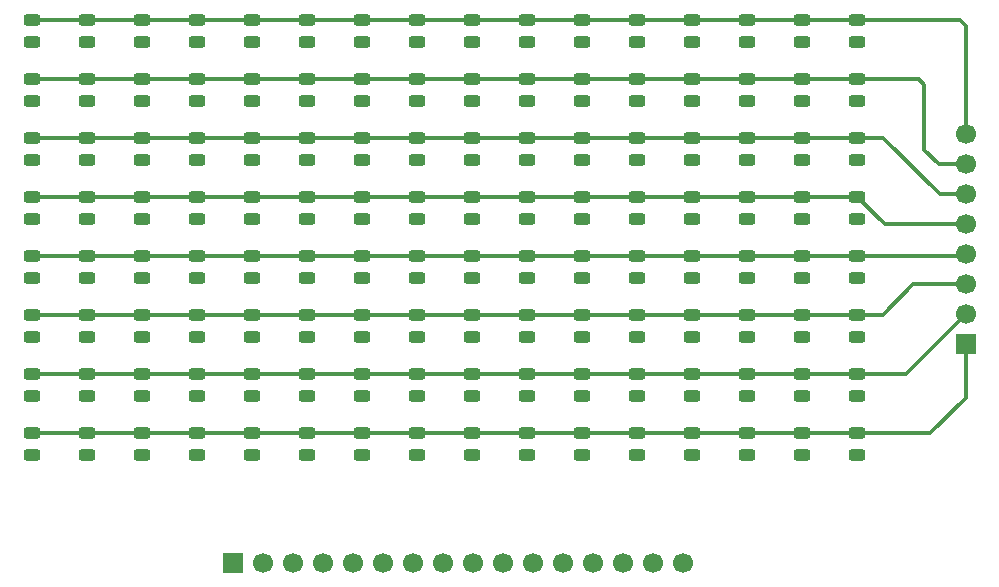
<source format=gbr>
%TF.GenerationSoftware,KiCad,Pcbnew,9.0.7-9.0.7~ubuntu24.04.1*%
%TF.CreationDate,2026-02-22T00:30:48+00:00*%
%TF.ProjectId,led-matrix,6c65642d-6d61-4747-9269-782e6b696361,rev?*%
%TF.SameCoordinates,Original*%
%TF.FileFunction,Copper,L1,Top*%
%TF.FilePolarity,Positive*%
%FSLAX46Y46*%
G04 Gerber Fmt 4.6, Leading zero omitted, Abs format (unit mm)*
G04 Created by KiCad (PCBNEW 9.0.7-9.0.7~ubuntu24.04.1) date 2026-02-22 00:30:48*
%MOMM*%
%LPD*%
G01*
G04 APERTURE LIST*
G04 Aperture macros list*
%AMRoundRect*
0 Rectangle with rounded corners*
0 $1 Rounding radius*
0 $2 $3 $4 $5 $6 $7 $8 $9 X,Y pos of 4 corners*
0 Add a 4 corners polygon primitive as box body*
4,1,4,$2,$3,$4,$5,$6,$7,$8,$9,$2,$3,0*
0 Add four circle primitives for the rounded corners*
1,1,$1+$1,$2,$3*
1,1,$1+$1,$4,$5*
1,1,$1+$1,$6,$7*
1,1,$1+$1,$8,$9*
0 Add four rect primitives between the rounded corners*
20,1,$1+$1,$2,$3,$4,$5,0*
20,1,$1+$1,$4,$5,$6,$7,0*
20,1,$1+$1,$6,$7,$8,$9,0*
20,1,$1+$1,$8,$9,$2,$3,0*%
G04 Aperture macros list end*
%TA.AperFunction,SMDPad,CuDef*%
%ADD10RoundRect,0.243750X0.456250X-0.243750X0.456250X0.243750X-0.456250X0.243750X-0.456250X-0.243750X0*%
%TD*%
%TA.AperFunction,ComponentPad*%
%ADD11R,1.700000X1.700000*%
%TD*%
%TA.AperFunction,ComponentPad*%
%ADD12C,1.700000*%
%TD*%
%TA.AperFunction,ViaPad*%
%ADD13C,0.600000*%
%TD*%
%TA.AperFunction,Conductor*%
%ADD14C,0.350000*%
%TD*%
G04 APERTURE END LIST*
D10*
%TO.P,D10,1,K*%
%TO.N,Net-(D10-K)*%
X115381250Y-36900000D03*
%TO.P,D10,2,A*%
%TO.N,Net-(D1-A)*%
X115381250Y-35025000D03*
%TD*%
D11*
%TO.P,U1,1*%
%TO.N,Net-(D113-A)*%
X152500000Y-62500000D03*
D12*
%TO.P,U1,2*%
%TO.N,Net-(D100-A)*%
X152500000Y-59960000D03*
%TO.P,U1,3*%
%TO.N,Net-(D81-A)*%
X152500000Y-57420000D03*
%TO.P,U1,4*%
%TO.N,Net-(D65-A)*%
X152500000Y-54880000D03*
%TO.P,U1,5*%
%TO.N,Net-(D49-A)*%
X152500000Y-52340000D03*
%TO.P,U1,6*%
%TO.N,Net-(D33-A)*%
X152500000Y-49800000D03*
%TO.P,U1,7*%
%TO.N,Net-(D17-A)*%
X152500000Y-47260000D03*
%TO.P,U1,8*%
%TO.N,Net-(D1-A)*%
X152500000Y-44720000D03*
%TD*%
D10*
%TO.P,D55,1,K*%
%TO.N,Net-(D103-K)*%
X101408750Y-51891000D03*
%TO.P,D55,2,A*%
%TO.N,Net-(D49-A)*%
X101408750Y-50016000D03*
%TD*%
%TO.P,D94,1,K*%
%TO.N,Net-(D110-K)*%
X134011250Y-61885000D03*
%TO.P,D94,2,A*%
%TO.N,Net-(D81-A)*%
X134011250Y-60010000D03*
%TD*%
%TO.P,D77,1,K*%
%TO.N,Net-(D109-K)*%
X129353750Y-56888000D03*
%TO.P,D77,2,A*%
%TO.N,Net-(D65-A)*%
X129353750Y-55013000D03*
%TD*%
%TO.P,D18,1,K*%
%TO.N,Net-(D114-K)*%
X78121250Y-41897000D03*
%TO.P,D18,2,A*%
%TO.N,Net-(D17-A)*%
X78121250Y-40022000D03*
%TD*%
%TO.P,D69,1,K*%
%TO.N,Net-(D101-K)*%
X92093750Y-56888000D03*
%TO.P,D69,2,A*%
%TO.N,Net-(D65-A)*%
X92093750Y-55013000D03*
%TD*%
%TO.P,D16,1,K*%
%TO.N,Net-(D112-K)*%
X143326250Y-36900000D03*
%TO.P,D16,2,A*%
%TO.N,Net-(D1-A)*%
X143326250Y-35025000D03*
%TD*%
%TO.P,D45,1,K*%
%TO.N,Net-(D109-K)*%
X129353750Y-46894000D03*
%TO.P,D45,2,A*%
%TO.N,Net-(D33-A)*%
X129353750Y-45019000D03*
%TD*%
%TO.P,D11,1,K*%
%TO.N,Net-(D107-K)*%
X120038750Y-36900000D03*
%TO.P,D11,2,A*%
%TO.N,Net-(D1-A)*%
X120038750Y-35025000D03*
%TD*%
%TO.P,D118,1,K*%
%TO.N,Net-(D102-K)*%
X96751250Y-71879000D03*
%TO.P,D118,2,A*%
%TO.N,Net-(D113-A)*%
X96751250Y-70004000D03*
%TD*%
%TO.P,D28,1,K*%
%TO.N,Net-(D108-K)*%
X124696250Y-41897000D03*
%TO.P,D28,2,A*%
%TO.N,Net-(D17-A)*%
X124696250Y-40022000D03*
%TD*%
%TO.P,D125,1,K*%
%TO.N,Net-(D109-K)*%
X129353750Y-71879000D03*
%TO.P,D125,2,A*%
%TO.N,Net-(D113-A)*%
X129353750Y-70004000D03*
%TD*%
%TO.P,D6,1,K*%
%TO.N,Net-(D102-K)*%
X96751250Y-36900000D03*
%TO.P,D6,2,A*%
%TO.N,Net-(D1-A)*%
X96751250Y-35025000D03*
%TD*%
%TO.P,D114,1,K*%
%TO.N,Net-(D114-K)*%
X78121250Y-71879000D03*
%TO.P,D114,2,A*%
%TO.N,Net-(D113-A)*%
X78121250Y-70004000D03*
%TD*%
%TO.P,D90,1,K*%
%TO.N,Net-(D10-K)*%
X115381250Y-61885000D03*
%TO.P,D90,2,A*%
%TO.N,Net-(D81-A)*%
X115381250Y-60010000D03*
%TD*%
%TO.P,D109,1,K*%
%TO.N,Net-(D109-K)*%
X129353750Y-66882000D03*
%TO.P,D109,2,A*%
%TO.N,Net-(D100-A)*%
X129353750Y-65007000D03*
%TD*%
%TO.P,D71,1,K*%
%TO.N,Net-(D103-K)*%
X101408750Y-56888000D03*
%TO.P,D71,2,A*%
%TO.N,Net-(D65-A)*%
X101408750Y-55013000D03*
%TD*%
%TO.P,D12,1,K*%
%TO.N,Net-(D108-K)*%
X124696250Y-36900000D03*
%TO.P,D12,2,A*%
%TO.N,Net-(D1-A)*%
X124696250Y-35025000D03*
%TD*%
%TO.P,D27,1,K*%
%TO.N,Net-(D107-K)*%
X120038750Y-41897000D03*
%TO.P,D27,2,A*%
%TO.N,Net-(D17-A)*%
X120038750Y-40022000D03*
%TD*%
%TO.P,D121,1,K*%
%TO.N,Net-(D105-K)*%
X110723750Y-71879000D03*
%TO.P,D121,2,A*%
%TO.N,Net-(D113-A)*%
X110723750Y-70004000D03*
%TD*%
%TO.P,D22,1,K*%
%TO.N,Net-(D102-K)*%
X96751250Y-41897000D03*
%TO.P,D22,2,A*%
%TO.N,Net-(D17-A)*%
X96751250Y-40022000D03*
%TD*%
%TO.P,D52,1,K*%
%TO.N,Net-(D100-K)*%
X87436250Y-51891000D03*
%TO.P,D52,2,A*%
%TO.N,Net-(D49-A)*%
X87436250Y-50016000D03*
%TD*%
%TO.P,D4,1,K*%
%TO.N,Net-(D100-K)*%
X87436250Y-36900000D03*
%TO.P,D4,2,A*%
%TO.N,Net-(D1-A)*%
X87436250Y-35025000D03*
%TD*%
%TO.P,D17,1,K*%
%TO.N,Net-(D1-K)*%
X73463750Y-41897000D03*
%TO.P,D17,2,A*%
%TO.N,Net-(D17-A)*%
X73463750Y-40022000D03*
%TD*%
%TO.P,D124,1,K*%
%TO.N,Net-(D108-K)*%
X124696250Y-71879000D03*
%TO.P,D124,2,A*%
%TO.N,Net-(D113-A)*%
X124696250Y-70004000D03*
%TD*%
%TO.P,D74,1,K*%
%TO.N,Net-(D10-K)*%
X115381250Y-56888000D03*
%TO.P,D74,2,A*%
%TO.N,Net-(D65-A)*%
X115381250Y-55013000D03*
%TD*%
%TO.P,D24,1,K*%
%TO.N,Net-(D104-K)*%
X106066250Y-41897000D03*
%TO.P,D24,2,A*%
%TO.N,Net-(D17-A)*%
X106066250Y-40022000D03*
%TD*%
%TO.P,D113,1,K*%
%TO.N,Net-(D1-K)*%
X73463750Y-71879000D03*
%TO.P,D113,2,A*%
%TO.N,Net-(D113-A)*%
X73463750Y-70004000D03*
%TD*%
%TO.P,D106,1,K*%
%TO.N,Net-(D10-K)*%
X115381250Y-66882000D03*
%TO.P,D106,2,A*%
%TO.N,Net-(D100-A)*%
X115381250Y-65007000D03*
%TD*%
%TO.P,D107,1,K*%
%TO.N,Net-(D107-K)*%
X120038750Y-66882000D03*
%TO.P,D107,2,A*%
%TO.N,Net-(D100-A)*%
X120038750Y-65007000D03*
%TD*%
%TO.P,D86,1,K*%
%TO.N,Net-(D102-K)*%
X96751250Y-61885000D03*
%TO.P,D86,2,A*%
%TO.N,Net-(D81-A)*%
X96751250Y-60010000D03*
%TD*%
%TO.P,D57,1,K*%
%TO.N,Net-(D105-K)*%
X110723750Y-51891000D03*
%TO.P,D57,2,A*%
%TO.N,Net-(D49-A)*%
X110723750Y-50016000D03*
%TD*%
%TO.P,D20,1,K*%
%TO.N,Net-(D100-K)*%
X87436250Y-41897000D03*
%TO.P,D20,2,A*%
%TO.N,Net-(D17-A)*%
X87436250Y-40022000D03*
%TD*%
%TO.P,D122,1,K*%
%TO.N,Net-(D10-K)*%
X115381250Y-71879000D03*
%TO.P,D122,2,A*%
%TO.N,Net-(D113-A)*%
X115381250Y-70004000D03*
%TD*%
%TO.P,D7,1,K*%
%TO.N,Net-(D103-K)*%
X101408750Y-36900000D03*
%TO.P,D7,2,A*%
%TO.N,Net-(D1-A)*%
X101408750Y-35025000D03*
%TD*%
%TO.P,D89,1,K*%
%TO.N,Net-(D105-K)*%
X110723750Y-61885000D03*
%TO.P,D89,2,A*%
%TO.N,Net-(D81-A)*%
X110723750Y-60010000D03*
%TD*%
%TO.P,D5,1,K*%
%TO.N,Net-(D101-K)*%
X92093750Y-36900000D03*
%TO.P,D5,2,A*%
%TO.N,Net-(D1-A)*%
X92093750Y-35025000D03*
%TD*%
%TO.P,D82,1,K*%
%TO.N,Net-(D114-K)*%
X78121250Y-61885000D03*
%TO.P,D82,2,A*%
%TO.N,Net-(D81-A)*%
X78121250Y-60010000D03*
%TD*%
%TO.P,D44,1,K*%
%TO.N,Net-(D108-K)*%
X124696250Y-46894000D03*
%TO.P,D44,2,A*%
%TO.N,Net-(D33-A)*%
X124696250Y-45019000D03*
%TD*%
%TO.P,D81,1,K*%
%TO.N,Net-(D1-K)*%
X73463750Y-61885000D03*
%TO.P,D81,2,A*%
%TO.N,Net-(D81-A)*%
X73463750Y-60010000D03*
%TD*%
%TO.P,D50,1,K*%
%TO.N,Net-(D114-K)*%
X78121250Y-51891000D03*
%TO.P,D50,2,A*%
%TO.N,Net-(D49-A)*%
X78121250Y-50016000D03*
%TD*%
%TO.P,D128,1,K*%
%TO.N,Net-(D112-K)*%
X143326250Y-71879000D03*
%TO.P,D128,2,A*%
%TO.N,Net-(D113-A)*%
X143326250Y-70004000D03*
%TD*%
%TO.P,D8,1,K*%
%TO.N,Net-(D104-K)*%
X106066250Y-36900000D03*
%TO.P,D8,2,A*%
%TO.N,Net-(D1-A)*%
X106066250Y-35025000D03*
%TD*%
%TO.P,D54,1,K*%
%TO.N,Net-(D102-K)*%
X96751250Y-51891000D03*
%TO.P,D54,2,A*%
%TO.N,Net-(D49-A)*%
X96751250Y-50016000D03*
%TD*%
%TO.P,D119,1,K*%
%TO.N,Net-(D103-K)*%
X101408750Y-71879000D03*
%TO.P,D119,2,A*%
%TO.N,Net-(D113-A)*%
X101408750Y-70004000D03*
%TD*%
%TO.P,D76,1,K*%
%TO.N,Net-(D108-K)*%
X124696250Y-56888000D03*
%TO.P,D76,2,A*%
%TO.N,Net-(D65-A)*%
X124696250Y-55013000D03*
%TD*%
%TO.P,D83,1,K*%
%TO.N,Net-(D115-K)*%
X82778750Y-61885000D03*
%TO.P,D83,2,A*%
%TO.N,Net-(D81-A)*%
X82778750Y-60010000D03*
%TD*%
%TO.P,D95,1,K*%
%TO.N,Net-(D111-K)*%
X138668750Y-61885000D03*
%TO.P,D95,2,A*%
%TO.N,Net-(D81-A)*%
X138668750Y-60010000D03*
%TD*%
%TO.P,D63,1,K*%
%TO.N,Net-(D111-K)*%
X138668750Y-51891000D03*
%TO.P,D63,2,A*%
%TO.N,Net-(D49-A)*%
X138668750Y-50016000D03*
%TD*%
%TO.P,D120,1,K*%
%TO.N,Net-(D104-K)*%
X106066250Y-71879000D03*
%TO.P,D120,2,A*%
%TO.N,Net-(D113-A)*%
X106066250Y-70004000D03*
%TD*%
%TO.P,D61,1,K*%
%TO.N,Net-(D109-K)*%
X129353750Y-51891000D03*
%TO.P,D61,2,A*%
%TO.N,Net-(D49-A)*%
X129353750Y-50016000D03*
%TD*%
%TO.P,D53,1,K*%
%TO.N,Net-(D101-K)*%
X92093750Y-51891000D03*
%TO.P,D53,2,A*%
%TO.N,Net-(D49-A)*%
X92093750Y-50016000D03*
%TD*%
%TO.P,D104,1,K*%
%TO.N,Net-(D104-K)*%
X106066250Y-66882000D03*
%TO.P,D104,2,A*%
%TO.N,Net-(D100-A)*%
X106066250Y-65007000D03*
%TD*%
%TO.P,D66,1,K*%
%TO.N,Net-(D114-K)*%
X78121250Y-56888000D03*
%TO.P,D66,2,A*%
%TO.N,Net-(D65-A)*%
X78121250Y-55013000D03*
%TD*%
%TO.P,D91,1,K*%
%TO.N,Net-(D107-K)*%
X120038750Y-61885000D03*
%TO.P,D91,2,A*%
%TO.N,Net-(D81-A)*%
X120038750Y-60010000D03*
%TD*%
%TO.P,D36,1,K*%
%TO.N,Net-(D100-K)*%
X87436250Y-46894000D03*
%TO.P,D36,2,A*%
%TO.N,Net-(D33-A)*%
X87436250Y-45019000D03*
%TD*%
%TO.P,D123,1,K*%
%TO.N,Net-(D107-K)*%
X120038750Y-71879000D03*
%TO.P,D123,2,A*%
%TO.N,Net-(D113-A)*%
X120038750Y-70004000D03*
%TD*%
%TO.P,D99,1,K*%
%TO.N,Net-(D115-K)*%
X82778750Y-66882000D03*
%TO.P,D99,2,A*%
%TO.N,Net-(D100-A)*%
X82778750Y-65007000D03*
%TD*%
%TO.P,D116,1,K*%
%TO.N,Net-(D100-K)*%
X87436250Y-71879000D03*
%TO.P,D116,2,A*%
%TO.N,Net-(D113-A)*%
X87436250Y-70004000D03*
%TD*%
%TO.P,D30,1,K*%
%TO.N,Net-(D110-K)*%
X134011250Y-41897000D03*
%TO.P,D30,2,A*%
%TO.N,Net-(D17-A)*%
X134011250Y-40022000D03*
%TD*%
%TO.P,D68,1,K*%
%TO.N,Net-(D100-K)*%
X87436250Y-56888000D03*
%TO.P,D68,2,A*%
%TO.N,Net-(D65-A)*%
X87436250Y-55013000D03*
%TD*%
%TO.P,D31,1,K*%
%TO.N,Net-(D111-K)*%
X138668750Y-41897000D03*
%TO.P,D31,2,A*%
%TO.N,Net-(D17-A)*%
X138668750Y-40022000D03*
%TD*%
%TO.P,D105,1,K*%
%TO.N,Net-(D105-K)*%
X110723750Y-66882000D03*
%TO.P,D105,2,A*%
%TO.N,Net-(D100-A)*%
X110723750Y-65007000D03*
%TD*%
%TO.P,D88,1,K*%
%TO.N,Net-(D104-K)*%
X106066250Y-61885000D03*
%TO.P,D88,2,A*%
%TO.N,Net-(D81-A)*%
X106066250Y-60010000D03*
%TD*%
%TO.P,D80,1,K*%
%TO.N,Net-(D112-K)*%
X143326250Y-56888000D03*
%TO.P,D80,2,A*%
%TO.N,Net-(D65-A)*%
X143326250Y-55013000D03*
%TD*%
%TO.P,D47,1,K*%
%TO.N,Net-(D111-K)*%
X138668750Y-46894000D03*
%TO.P,D47,2,A*%
%TO.N,Net-(D33-A)*%
X138668750Y-45019000D03*
%TD*%
%TO.P,D79,1,K*%
%TO.N,Net-(D111-K)*%
X138668750Y-56888000D03*
%TO.P,D79,2,A*%
%TO.N,Net-(D65-A)*%
X138668750Y-55013000D03*
%TD*%
%TO.P,D108,1,K*%
%TO.N,Net-(D108-K)*%
X124696250Y-66882000D03*
%TO.P,D108,2,A*%
%TO.N,Net-(D100-A)*%
X124696250Y-65007000D03*
%TD*%
%TO.P,D58,1,K*%
%TO.N,Net-(D10-K)*%
X115381250Y-51891000D03*
%TO.P,D58,2,A*%
%TO.N,Net-(D49-A)*%
X115381250Y-50016000D03*
%TD*%
%TO.P,D62,1,K*%
%TO.N,Net-(D110-K)*%
X134011250Y-51891000D03*
%TO.P,D62,2,A*%
%TO.N,Net-(D49-A)*%
X134011250Y-50016000D03*
%TD*%
%TO.P,D32,1,K*%
%TO.N,Net-(D112-K)*%
X143326250Y-41897000D03*
%TO.P,D32,2,A*%
%TO.N,Net-(D17-A)*%
X143326250Y-40022000D03*
%TD*%
%TO.P,D102,1,K*%
%TO.N,Net-(D102-K)*%
X96751250Y-66882000D03*
%TO.P,D102,2,A*%
%TO.N,Net-(D100-A)*%
X96751250Y-65007000D03*
%TD*%
%TO.P,D13,1,K*%
%TO.N,Net-(D109-K)*%
X129353750Y-36900000D03*
%TO.P,D13,2,A*%
%TO.N,Net-(D1-A)*%
X129353750Y-35025000D03*
%TD*%
%TO.P,D35,1,K*%
%TO.N,Net-(D115-K)*%
X82778750Y-46894000D03*
%TO.P,D35,2,A*%
%TO.N,Net-(D33-A)*%
X82778750Y-45019000D03*
%TD*%
%TO.P,D49,1,K*%
%TO.N,Net-(D1-K)*%
X73463750Y-51891000D03*
%TO.P,D49,2,A*%
%TO.N,Net-(D49-A)*%
X73463750Y-50016000D03*
%TD*%
%TO.P,D103,1,K*%
%TO.N,Net-(D103-K)*%
X101408750Y-66882000D03*
%TO.P,D103,2,A*%
%TO.N,Net-(D100-A)*%
X101408750Y-65007000D03*
%TD*%
%TO.P,D3,1,K*%
%TO.N,Net-(D115-K)*%
X82778750Y-36900000D03*
%TO.P,D3,2,A*%
%TO.N,Net-(D1-A)*%
X82778750Y-35025000D03*
%TD*%
%TO.P,D37,1,K*%
%TO.N,Net-(D101-K)*%
X92093750Y-46894000D03*
%TO.P,D37,2,A*%
%TO.N,Net-(D33-A)*%
X92093750Y-45019000D03*
%TD*%
%TO.P,D42,1,K*%
%TO.N,Net-(D10-K)*%
X115381250Y-46894000D03*
%TO.P,D42,2,A*%
%TO.N,Net-(D33-A)*%
X115381250Y-45019000D03*
%TD*%
%TO.P,D56,1,K*%
%TO.N,Net-(D104-K)*%
X106066250Y-51891000D03*
%TO.P,D56,2,A*%
%TO.N,Net-(D49-A)*%
X106066250Y-50016000D03*
%TD*%
%TO.P,D26,1,K*%
%TO.N,Net-(D10-K)*%
X115381250Y-41897000D03*
%TO.P,D26,2,A*%
%TO.N,Net-(D17-A)*%
X115381250Y-40022000D03*
%TD*%
%TO.P,D23,1,K*%
%TO.N,Net-(D103-K)*%
X101408750Y-41897000D03*
%TO.P,D23,2,A*%
%TO.N,Net-(D17-A)*%
X101408750Y-40022000D03*
%TD*%
%TO.P,D111,1,K*%
%TO.N,Net-(D111-K)*%
X138668750Y-66882000D03*
%TO.P,D111,2,A*%
%TO.N,Net-(D100-A)*%
X138668750Y-65007000D03*
%TD*%
%TO.P,D51,1,K*%
%TO.N,Net-(D115-K)*%
X82778750Y-51891000D03*
%TO.P,D51,2,A*%
%TO.N,Net-(D49-A)*%
X82778750Y-50016000D03*
%TD*%
D11*
%TO.P,U2,1*%
%TO.N,Net-(D1-K)*%
X90440000Y-81000000D03*
D12*
%TO.P,U2,2*%
%TO.N,Net-(D114-K)*%
X92980000Y-81000000D03*
%TO.P,U2,3*%
%TO.N,Net-(D115-K)*%
X95520000Y-81000000D03*
%TO.P,U2,4*%
%TO.N,Net-(D100-K)*%
X98060000Y-81000000D03*
%TO.P,U2,5*%
%TO.N,Net-(D101-K)*%
X100600000Y-81000000D03*
%TO.P,U2,6*%
%TO.N,Net-(D102-K)*%
X103140000Y-81000000D03*
%TO.P,U2,7*%
%TO.N,Net-(D103-K)*%
X105680000Y-81000000D03*
%TO.P,U2,8*%
%TO.N,Net-(D104-K)*%
X108220000Y-81000000D03*
%TO.P,U2,9*%
%TO.N,Net-(D105-K)*%
X110760000Y-81000000D03*
%TO.P,U2,10*%
%TO.N,Net-(D10-K)*%
X113300000Y-81000000D03*
%TO.P,U2,11*%
%TO.N,Net-(D107-K)*%
X115840000Y-81000000D03*
%TO.P,U2,12*%
%TO.N,Net-(D108-K)*%
X118380000Y-81000000D03*
%TO.P,U2,13*%
%TO.N,Net-(D109-K)*%
X120920000Y-81000000D03*
%TO.P,U2,14*%
%TO.N,Net-(D110-K)*%
X123460000Y-81000000D03*
%TO.P,U2,15*%
%TO.N,Net-(D111-K)*%
X126000000Y-81000000D03*
%TO.P,U2,16*%
%TO.N,Net-(D112-K)*%
X128540000Y-81000000D03*
%TD*%
D10*
%TO.P,D72,1,K*%
%TO.N,Net-(D104-K)*%
X106066250Y-56888000D03*
%TO.P,D72,2,A*%
%TO.N,Net-(D65-A)*%
X106066250Y-55013000D03*
%TD*%
%TO.P,D25,1,K*%
%TO.N,Net-(D105-K)*%
X110723750Y-41897000D03*
%TO.P,D25,2,A*%
%TO.N,Net-(D17-A)*%
X110723750Y-40022000D03*
%TD*%
%TO.P,D100,1,K*%
%TO.N,Net-(D100-K)*%
X87436250Y-66882000D03*
%TO.P,D100,2,A*%
%TO.N,Net-(D100-A)*%
X87436250Y-65007000D03*
%TD*%
%TO.P,D46,1,K*%
%TO.N,Net-(D110-K)*%
X134011250Y-46894000D03*
%TO.P,D46,2,A*%
%TO.N,Net-(D33-A)*%
X134011250Y-45019000D03*
%TD*%
%TO.P,D127,1,K*%
%TO.N,Net-(D111-K)*%
X138668750Y-71879000D03*
%TO.P,D127,2,A*%
%TO.N,Net-(D113-A)*%
X138668750Y-70004000D03*
%TD*%
%TO.P,D41,1,K*%
%TO.N,Net-(D105-K)*%
X110723750Y-46894000D03*
%TO.P,D41,2,A*%
%TO.N,Net-(D33-A)*%
X110723750Y-45019000D03*
%TD*%
%TO.P,D1,1,K*%
%TO.N,Net-(D1-K)*%
X73463750Y-36900000D03*
%TO.P,D1,2,A*%
%TO.N,Net-(D1-A)*%
X73463750Y-35025000D03*
%TD*%
%TO.P,D60,1,K*%
%TO.N,Net-(D108-K)*%
X124696250Y-51891000D03*
%TO.P,D60,2,A*%
%TO.N,Net-(D49-A)*%
X124696250Y-50016000D03*
%TD*%
%TO.P,D101,1,K*%
%TO.N,Net-(D101-K)*%
X92093750Y-66882000D03*
%TO.P,D101,2,A*%
%TO.N,Net-(D100-A)*%
X92093750Y-65007000D03*
%TD*%
%TO.P,D29,1,K*%
%TO.N,Net-(D109-K)*%
X129353750Y-41897000D03*
%TO.P,D29,2,A*%
%TO.N,Net-(D17-A)*%
X129353750Y-40022000D03*
%TD*%
%TO.P,D43,1,K*%
%TO.N,Net-(D107-K)*%
X120038750Y-46894000D03*
%TO.P,D43,2,A*%
%TO.N,Net-(D33-A)*%
X120038750Y-45019000D03*
%TD*%
%TO.P,D93,1,K*%
%TO.N,Net-(D109-K)*%
X129353750Y-61885000D03*
%TO.P,D93,2,A*%
%TO.N,Net-(D81-A)*%
X129353750Y-60010000D03*
%TD*%
%TO.P,D67,1,K*%
%TO.N,Net-(D115-K)*%
X82778750Y-56888000D03*
%TO.P,D67,2,A*%
%TO.N,Net-(D65-A)*%
X82778750Y-55013000D03*
%TD*%
%TO.P,D73,1,K*%
%TO.N,Net-(D105-K)*%
X110723750Y-56888000D03*
%TO.P,D73,2,A*%
%TO.N,Net-(D65-A)*%
X110723750Y-55013000D03*
%TD*%
%TO.P,D14,1,K*%
%TO.N,Net-(D110-K)*%
X134011250Y-36900000D03*
%TO.P,D14,2,A*%
%TO.N,Net-(D1-A)*%
X134011250Y-35025000D03*
%TD*%
%TO.P,D110,1,K*%
%TO.N,Net-(D110-K)*%
X134011250Y-66882000D03*
%TO.P,D110,2,A*%
%TO.N,Net-(D100-A)*%
X134011250Y-65007000D03*
%TD*%
%TO.P,D96,1,K*%
%TO.N,Net-(D112-K)*%
X143326250Y-61885000D03*
%TO.P,D96,2,A*%
%TO.N,Net-(D81-A)*%
X143326250Y-60010000D03*
%TD*%
%TO.P,D19,1,K*%
%TO.N,Net-(D115-K)*%
X82778750Y-41897000D03*
%TO.P,D19,2,A*%
%TO.N,Net-(D17-A)*%
X82778750Y-40022000D03*
%TD*%
%TO.P,D33,1,K*%
%TO.N,Net-(D1-K)*%
X73463750Y-46894000D03*
%TO.P,D33,2,A*%
%TO.N,Net-(D33-A)*%
X73463750Y-45019000D03*
%TD*%
%TO.P,D9,1,K*%
%TO.N,Net-(D105-K)*%
X110723750Y-36900000D03*
%TO.P,D9,2,A*%
%TO.N,Net-(D1-A)*%
X110723750Y-35025000D03*
%TD*%
%TO.P,D84,1,K*%
%TO.N,Net-(D100-K)*%
X87436250Y-61885000D03*
%TO.P,D84,2,A*%
%TO.N,Net-(D81-A)*%
X87436250Y-60010000D03*
%TD*%
%TO.P,D126,1,K*%
%TO.N,Net-(D110-K)*%
X134011250Y-71879000D03*
%TO.P,D126,2,A*%
%TO.N,Net-(D113-A)*%
X134011250Y-70004000D03*
%TD*%
%TO.P,D78,1,K*%
%TO.N,Net-(D110-K)*%
X134011250Y-56888000D03*
%TO.P,D78,2,A*%
%TO.N,Net-(D65-A)*%
X134011250Y-55013000D03*
%TD*%
%TO.P,D21,1,K*%
%TO.N,Net-(D101-K)*%
X92093750Y-41897000D03*
%TO.P,D21,2,A*%
%TO.N,Net-(D17-A)*%
X92093750Y-40022000D03*
%TD*%
%TO.P,D98,1,K*%
%TO.N,Net-(D114-K)*%
X78121250Y-66882000D03*
%TO.P,D98,2,A*%
%TO.N,Net-(D100-A)*%
X78121250Y-65007000D03*
%TD*%
%TO.P,D59,1,K*%
%TO.N,Net-(D107-K)*%
X120038750Y-51891000D03*
%TO.P,D59,2,A*%
%TO.N,Net-(D49-A)*%
X120038750Y-50016000D03*
%TD*%
%TO.P,D87,1,K*%
%TO.N,Net-(D103-K)*%
X101408750Y-61885000D03*
%TO.P,D87,2,A*%
%TO.N,Net-(D81-A)*%
X101408750Y-60010000D03*
%TD*%
%TO.P,D65,1,K*%
%TO.N,Net-(D1-K)*%
X73463750Y-56888000D03*
%TO.P,D65,2,A*%
%TO.N,Net-(D65-A)*%
X73463750Y-55013000D03*
%TD*%
%TO.P,D115,1,K*%
%TO.N,Net-(D115-K)*%
X82778750Y-71879000D03*
%TO.P,D115,2,A*%
%TO.N,Net-(D113-A)*%
X82778750Y-70004000D03*
%TD*%
%TO.P,D92,1,K*%
%TO.N,Net-(D108-K)*%
X124696250Y-61885000D03*
%TO.P,D92,2,A*%
%TO.N,Net-(D81-A)*%
X124696250Y-60010000D03*
%TD*%
%TO.P,D112,1,K*%
%TO.N,Net-(D112-K)*%
X143326250Y-66882000D03*
%TO.P,D112,2,A*%
%TO.N,Net-(D100-A)*%
X143326250Y-65007000D03*
%TD*%
%TO.P,D64,1,K*%
%TO.N,Net-(D112-K)*%
X143326250Y-51891000D03*
%TO.P,D64,2,A*%
%TO.N,Net-(D49-A)*%
X143326250Y-50016000D03*
%TD*%
%TO.P,D15,1,K*%
%TO.N,Net-(D111-K)*%
X138668750Y-36900000D03*
%TO.P,D15,2,A*%
%TO.N,Net-(D1-A)*%
X138668750Y-35025000D03*
%TD*%
%TO.P,D2,1,K*%
%TO.N,Net-(D114-K)*%
X78121250Y-36900000D03*
%TO.P,D2,2,A*%
%TO.N,Net-(D1-A)*%
X78121250Y-35025000D03*
%TD*%
%TO.P,D40,1,K*%
%TO.N,Net-(D104-K)*%
X106066250Y-46894000D03*
%TO.P,D40,2,A*%
%TO.N,Net-(D33-A)*%
X106066250Y-45019000D03*
%TD*%
%TO.P,D75,1,K*%
%TO.N,Net-(D107-K)*%
X120038750Y-56888000D03*
%TO.P,D75,2,A*%
%TO.N,Net-(D65-A)*%
X120038750Y-55013000D03*
%TD*%
%TO.P,D70,1,K*%
%TO.N,Net-(D102-K)*%
X96751250Y-56888000D03*
%TO.P,D70,2,A*%
%TO.N,Net-(D65-A)*%
X96751250Y-55013000D03*
%TD*%
%TO.P,D48,1,K*%
%TO.N,Net-(D112-K)*%
X143326250Y-46894000D03*
%TO.P,D48,2,A*%
%TO.N,Net-(D33-A)*%
X143326250Y-45019000D03*
%TD*%
%TO.P,D34,1,K*%
%TO.N,Net-(D114-K)*%
X78121250Y-46894000D03*
%TO.P,D34,2,A*%
%TO.N,Net-(D33-A)*%
X78121250Y-45019000D03*
%TD*%
%TO.P,D97,1,K*%
%TO.N,Net-(D1-K)*%
X73463750Y-66882000D03*
%TO.P,D97,2,A*%
%TO.N,Net-(D100-A)*%
X73463750Y-65007000D03*
%TD*%
%TO.P,D85,1,K*%
%TO.N,Net-(D101-K)*%
X92093750Y-61885000D03*
%TO.P,D85,2,A*%
%TO.N,Net-(D81-A)*%
X92093750Y-60010000D03*
%TD*%
%TO.P,D38,1,K*%
%TO.N,Net-(D102-K)*%
X96751250Y-46894000D03*
%TO.P,D38,2,A*%
%TO.N,Net-(D33-A)*%
X96751250Y-45019000D03*
%TD*%
%TO.P,D39,1,K*%
%TO.N,Net-(D103-K)*%
X101408750Y-46894000D03*
%TO.P,D39,2,A*%
%TO.N,Net-(D33-A)*%
X101408750Y-45019000D03*
%TD*%
%TO.P,D117,1,K*%
%TO.N,Net-(D101-K)*%
X92093750Y-71879000D03*
%TO.P,D117,2,A*%
%TO.N,Net-(D113-A)*%
X92093750Y-70004000D03*
%TD*%
D13*
%TO.N,Net-(D1-K)*%
X73463750Y-71879000D03*
X73463750Y-36900000D03*
X73463750Y-51891000D03*
X73463750Y-56888000D03*
X73463750Y-41897000D03*
X73463750Y-61885000D03*
X73463750Y-46894000D03*
X73463750Y-66882000D03*
%TO.N,Net-(D100-K)*%
X87472497Y-46909804D03*
X87472497Y-51906804D03*
X87472497Y-61900804D03*
X87472497Y-66897804D03*
X87472497Y-56903804D03*
X87472497Y-71894804D03*
X87472497Y-36915804D03*
X87472497Y-41912804D03*
%TO.N,Net-(D101-K)*%
X92127365Y-46922539D03*
X92127365Y-56916539D03*
X92127365Y-51919539D03*
X92127365Y-61913539D03*
X92127365Y-36928539D03*
X92127365Y-71907539D03*
X92127365Y-41925539D03*
X92127365Y-66910539D03*
%TO.N,Net-(D102-K)*%
X96769498Y-41887332D03*
X96769498Y-36890332D03*
X96769498Y-46884332D03*
X96769498Y-66872332D03*
X96769498Y-61875332D03*
X96769498Y-56878332D03*
X96769498Y-71869332D03*
X96769498Y-51881332D03*
%TO.N,Net-(D103-K)*%
X101424367Y-56910171D03*
X101424367Y-46916171D03*
X101424367Y-51913171D03*
X101424367Y-41919171D03*
X101424367Y-61907171D03*
X101424367Y-36922171D03*
X101424367Y-71901171D03*
X101424367Y-66904171D03*
%TO.N,Net-(D104-K)*%
X106085603Y-66942378D03*
X106085603Y-56948378D03*
X106085603Y-71939378D03*
X106085603Y-51951378D03*
X106085603Y-61945378D03*
X106085603Y-46954378D03*
X106085603Y-36960378D03*
X106085603Y-41957378D03*
%TO.N,Net-(D105-K)*%
X110740472Y-66948746D03*
X110740472Y-71945746D03*
X110740472Y-36966746D03*
X110740472Y-41963746D03*
X110740472Y-51957746D03*
X110740472Y-46960746D03*
X110740472Y-56954746D03*
X110740472Y-61951746D03*
%TO.N,Net-(D10-K)*%
X115382605Y-46973482D03*
X115382605Y-66961482D03*
X115382605Y-61964482D03*
X115382605Y-41976482D03*
X115382605Y-71958482D03*
X115382605Y-36979482D03*
X115382605Y-51970482D03*
X115382605Y-56967482D03*
%TO.N,Net-(D107-K)*%
X120050209Y-36966746D03*
X120050209Y-66948746D03*
X120050209Y-46960746D03*
X120050209Y-41963746D03*
X120050209Y-51957746D03*
X120050209Y-71945746D03*
X120050209Y-56954746D03*
X120050209Y-61951746D03*
%TO.N,Net-(D108-K)*%
X124736916Y-66936011D03*
X124736916Y-36954011D03*
X124736916Y-61939011D03*
X124736916Y-41951011D03*
X124736916Y-56942011D03*
X124736916Y-51945011D03*
X124736916Y-46948011D03*
X124736916Y-71933011D03*
%TO.N,Net-(D109-K)*%
X129366314Y-61932643D03*
X129366314Y-56935643D03*
X129366314Y-36947643D03*
X129366314Y-41944643D03*
X129366314Y-46941643D03*
X129366314Y-51938643D03*
X129366314Y-66929643D03*
X129366314Y-71926643D03*
%TO.N,Net-(D110-K)*%
X134040286Y-56948378D03*
X134040286Y-51951378D03*
X134040286Y-41957378D03*
X134040286Y-61945378D03*
X134040286Y-66942378D03*
X134040286Y-71939378D03*
X134040286Y-46954378D03*
X134040286Y-36960378D03*
%TO.N,Net-(D111-K)*%
X138669683Y-56935643D03*
X138669683Y-41944643D03*
X138669683Y-66929643D03*
X138669683Y-71926643D03*
X138669683Y-61932643D03*
X138669683Y-46941643D03*
X138669683Y-51938643D03*
X138669683Y-36947643D03*
%TO.N,Net-(D112-K)*%
X143362758Y-46948011D03*
X143362758Y-41951011D03*
X143362758Y-51945011D03*
X143362758Y-56942011D03*
X143362758Y-66936011D03*
X143362758Y-71933011D03*
X143362758Y-36954011D03*
X143362758Y-61939011D03*
%TO.N,Net-(D114-K)*%
X78124553Y-61926275D03*
X78124553Y-56929275D03*
X78124553Y-41938275D03*
X78124553Y-36941275D03*
X78124553Y-66923275D03*
X78124553Y-46935275D03*
X78124553Y-51932275D03*
X78124553Y-71920275D03*
%TO.N,Net-(D115-K)*%
X82792157Y-56903804D03*
X82792157Y-66897804D03*
X82792157Y-61900804D03*
X82792157Y-51906804D03*
X82792157Y-46909804D03*
X82792157Y-36915804D03*
X82792157Y-41912804D03*
X82792157Y-71894804D03*
%TD*%
D14*
%TO.N,Net-(D1-A)*%
X143326250Y-35025000D02*
X152025000Y-35025000D01*
X152500000Y-35500000D02*
X152500000Y-44720000D01*
X152025000Y-35025000D02*
X152500000Y-35500000D01*
X73463750Y-35025000D02*
X143326250Y-35025000D01*
%TO.N,Net-(D17-A)*%
X149000000Y-46000000D02*
X150260000Y-47260000D01*
X143326250Y-40022000D02*
X148522000Y-40022000D01*
X149000000Y-40500000D02*
X149000000Y-46000000D01*
X150260000Y-47260000D02*
X152500000Y-47260000D01*
X148522000Y-40022000D02*
X149000000Y-40500000D01*
X143326250Y-40022000D02*
X73463750Y-40022000D01*
%TO.N,Net-(D33-A)*%
X73463750Y-45019000D02*
X143326250Y-45019000D01*
X143326250Y-45019000D02*
X145519000Y-45019000D01*
X150300000Y-49800000D02*
X152500000Y-49800000D01*
X145519000Y-45019000D02*
X150300000Y-49800000D01*
%TO.N,Net-(D49-A)*%
X143326250Y-50016000D02*
X73463750Y-50016000D01*
X152500000Y-52340000D02*
X145650250Y-52340000D01*
X145650250Y-52340000D02*
X143326250Y-50016000D01*
%TO.N,Net-(D65-A)*%
X152367000Y-55013000D02*
X152500000Y-54880000D01*
X143326250Y-55013000D02*
X152367000Y-55013000D01*
X73463750Y-55013000D02*
X143326250Y-55013000D01*
%TO.N,Net-(D81-A)*%
X148080000Y-57420000D02*
X145490000Y-60010000D01*
X143326250Y-60010000D02*
X73463750Y-60010000D01*
X152500000Y-57420000D02*
X148080000Y-57420000D01*
X145490000Y-60010000D02*
X143326250Y-60010000D01*
%TO.N,Net-(D100-A)*%
X73463750Y-65007000D02*
X143326250Y-65007000D01*
X152500000Y-59960000D02*
X147453000Y-65007000D01*
X147453000Y-65007000D02*
X143326250Y-65007000D01*
%TO.N,Net-(D113-A)*%
X149496000Y-70004000D02*
X143326250Y-70004000D01*
X152500000Y-67000000D02*
X149496000Y-70004000D01*
X143326250Y-70004000D02*
X73463750Y-70004000D01*
X152500000Y-62500000D02*
X152500000Y-67000000D01*
%TD*%
M02*

</source>
